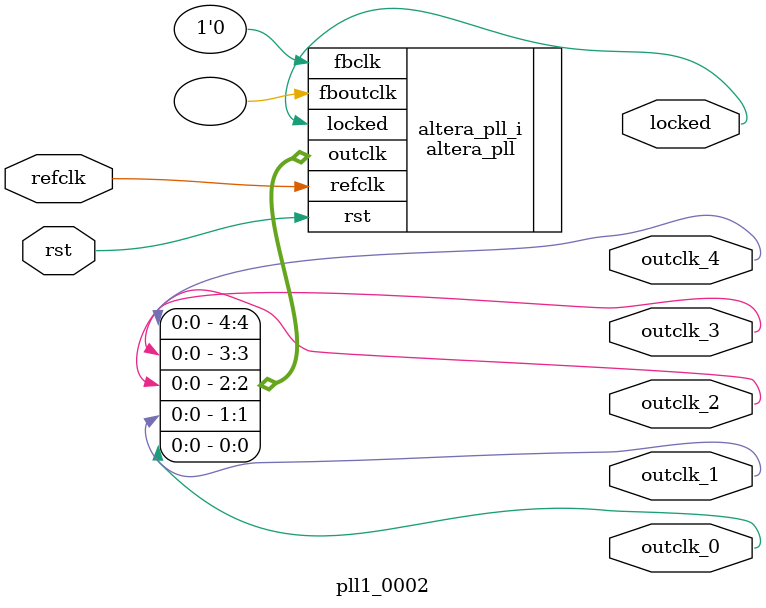
<source format=v>
`timescale 1ns/10ps
module  pll1_0002(

	// interface 'refclk'
	input wire refclk,

	// interface 'reset'
	input wire rst,

	// interface 'outclk0'
	output wire outclk_0,

	// interface 'outclk1'
	output wire outclk_1,

	// interface 'outclk2'
	output wire outclk_2,

	// interface 'outclk3'
	output wire outclk_3,

	// interface 'outclk4'
	output wire outclk_4,

	// interface 'locked'
	output wire locked
);

	altera_pll #(
		.fractional_vco_multiplier("true"),
		.reference_clock_frequency("50.0 MHz"),
		.operation_mode("direct"),
		.number_of_clocks(5),
		.output_clock_frequency0("21.476999 MHz"),
		.phase_shift0("0 ps"),
		.duty_cycle0(50),
		.output_clock_frequency1("85.907997 MHz"),
		.phase_shift1("0 ps"),
		.duty_cycle1(50),
		.output_clock_frequency2("85.907996 MHz"),
		.phase_shift2("8730 ps"),
		.duty_cycle2(50),
		.output_clock_frequency3("25.179929 MHz"),
		.phase_shift3("0 ps"),
		.duty_cycle3(50),
		.output_clock_frequency4("7.980524 MHz"),
		.phase_shift4("0 ps"),
		.duty_cycle4(50),
		.output_clock_frequency5("0 MHz"),
		.phase_shift5("0 ps"),
		.duty_cycle5(50),
		.output_clock_frequency6("0 MHz"),
		.phase_shift6("0 ps"),
		.duty_cycle6(50),
		.output_clock_frequency7("0 MHz"),
		.phase_shift7("0 ps"),
		.duty_cycle7(50),
		.output_clock_frequency8("0 MHz"),
		.phase_shift8("0 ps"),
		.duty_cycle8(50),
		.output_clock_frequency9("0 MHz"),
		.phase_shift9("0 ps"),
		.duty_cycle9(50),
		.output_clock_frequency10("0 MHz"),
		.phase_shift10("0 ps"),
		.duty_cycle10(50),
		.output_clock_frequency11("0 MHz"),
		.phase_shift11("0 ps"),
		.duty_cycle11(50),
		.output_clock_frequency12("0 MHz"),
		.phase_shift12("0 ps"),
		.duty_cycle12(50),
		.output_clock_frequency13("0 MHz"),
		.phase_shift13("0 ps"),
		.duty_cycle13(50),
		.output_clock_frequency14("0 MHz"),
		.phase_shift14("0 ps"),
		.duty_cycle14(50),
		.output_clock_frequency15("0 MHz"),
		.phase_shift15("0 ps"),
		.duty_cycle15(50),
		.output_clock_frequency16("0 MHz"),
		.phase_shift16("0 ps"),
		.duty_cycle16(50),
		.output_clock_frequency17("0 MHz"),
		.phase_shift17("0 ps"),
		.duty_cycle17(50),
		.pll_type("General"),
		.pll_subtype("General")
	) altera_pll_i (
		.rst	(rst),
		.outclk	({outclk_4, outclk_3, outclk_2, outclk_1, outclk_0}),
		.locked	(locked),
		.fboutclk	( ),
		.fbclk	(1'b0),
		.refclk	(refclk)
	);
endmodule


</source>
